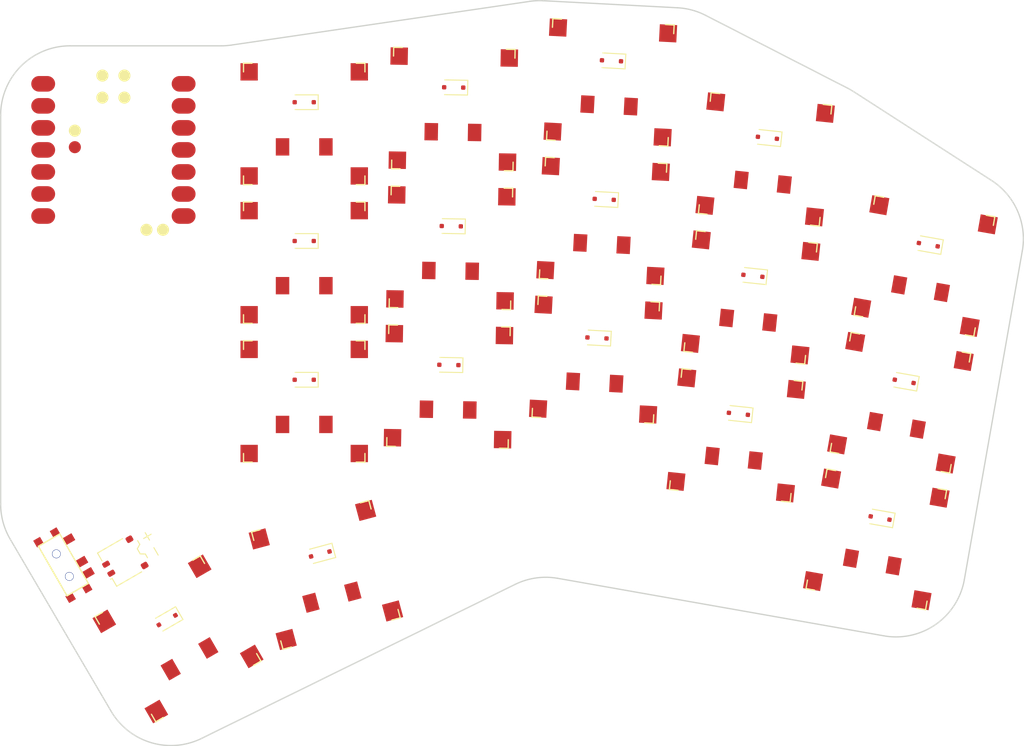
<source format=kicad_pcb>
(kicad_pcb (version 20171130) (host pcbnew 5.1.6)
  (title_block (title "splave-ferris_pg1316s_right") (rev "v1.0.0") (company "Unknown"))
  (layers (0 F.Cu signal) (31 B.Cu signal) (34 B.Paste user) (35 F.Paste user) (36 B.SilkS user) (37 F.SilkS user) (38 B.Mask user) (39 F.Mask user) (44 Edge.Cuts user))
  (net 0 "")
  (net 1 "D3")
  (net 2 "mirror_pinky_bottom")
  (net 3 "mirror_pinky_home")
  (net 4 "mirror_pinky_top")
  (net 5 "D5")
  (net 6 "mirror_ring_bottom")
  (net 7 "mirror_ring_home")
  (net 8 "mirror_ring_top")
  (net 9 "D9")
  (net 10 "mirror_middle_bottom")
  (net 11 "mirror_middle_home")
  (net 12 "mirror_middle_top")
  (net 13 "D2")
  (net 14 "mirror_index_bottom")
  (net 15 "mirror_index_home")
  (net 16 "mirror_index_top")
  (net 17 "D1")
  (net 18 "mirror_inner_bottom")
  (net 19 "mirror_inner_home")
  (net 20 "mirror_inner_top")
  (net 21 "mirror_near_fan")
  (net 22 "mirror_far_fan")
  (net 23 "D4")
  (net 24 "D8")
  (net 25 "D10")
  (net 26 "D0")
  (net 27 "D6")
  (net 28 "D7")
  (net 29 "RAW3V3")
  (net 30 "RAW5V")
  (net 31 "CLK")
  (net 32 "DIO")
  (net 33 "GND")
  (net 34 "RST")
  (net 35 "BAT")
  (net 36 "NFC1")
  (net 37 "NFC2")
  (net 38 "BATCON")
  (net 39 "BAT_P")
  (module PG1316S (layer F.Cu) (at 232.1025691 135.8284886 -10)
    (fp_text reference "S1" hide)
    (fp_text value "" hide)
    (fp_line (start -7 -6) (end -7 -7) (layer F.SilkS) (width 0.15))
    (fp_line (start -7 7) (end -6 7) (layer F.SilkS) (width 0.15))
    (fp_line (start -6 -7) (end -7 -7) (layer F.SilkS) (width 0.15))
    (fp_line (start -7 7) (end -7 6) (layer F.SilkS) (width 0.15))
    (fp_line (start 7 6) (end 7 7) (layer F.SilkS) (width 0.15))
    (fp_line (start 7 -7) (end 6 -7) (layer F.SilkS) (width 0.15))
    (fp_line (start 6 7) (end 7 7) (layer F.SilkS) (width 0.15))
    (fp_line (start 7 -7) (end 7 -6) (layer F.SilkS) (width 0.15))
    (pad "1" smd rect (at -2.5 2.65 -10) (size 1.55 2) (layers "F.Cu" "F.Paste" "F.Mask") (net 2 "mirror_pinky_bottom"))
    (pad "2" smd rect (at 2.5 2.65 -10) (size 1.55 2) (layers "F.Cu" "F.Paste" "F.Mask") (net 1 "D3"))
    (pad "MP" smd rect (at -6.35 -6 -10) (size 2 2) (layers "F.Cu" "F.Paste" "F.Mask"))
    (pad "MP" smd rect (at -6.35 6 -10) (size 2 2) (layers "F.Cu" "F.Paste" "F.Mask"))
    (pad "MP" smd rect (at 6.35 -6 -10) (size 2 2) (layers "F.Cu" "F.Paste" "F.Mask"))
    (pad "MP" smd rect (at 6.35 6 -10) (size 2 2) (layers "F.Cu" "F.Paste" "F.Mask"))
  )
  (module PG1316S (layer F.Cu) (at 234.8809399 120.0715646 -10)
    (fp_text reference "S2" hide)
    (fp_text value "" hide)
    (fp_line (start -7 -6) (end -7 -7) (layer F.SilkS) (width 0.15))
    (fp_line (start -7 7) (end -6 7) (layer F.SilkS) (width 0.15))
    (fp_line (start -6 -7) (end -7 -7) (layer F.SilkS) (width 0.15))
    (fp_line (start -7 7) (end -7 6) (layer F.SilkS) (width 0.15))
    (fp_line (start 7 6) (end 7 7) (layer F.SilkS) (width 0.15))
    (fp_line (start 7 -7) (end 6 -7) (layer F.SilkS) (width 0.15))
    (fp_line (start 6 7) (end 7 7) (layer F.SilkS) (width 0.15))
    (fp_line (start 7 -7) (end 7 -6) (layer F.SilkS) (width 0.15))
    (pad "1" smd rect (at -2.5 2.65 -10) (size 1.55 2) (layers "F.Cu" "F.Paste" "F.Mask") (net 3 "mirror_pinky_home"))
    (pad "2" smd rect (at 2.5 2.65 -10) (size 1.55 2) (layers "F.Cu" "F.Paste" "F.Mask") (net 1 "D3"))
    (pad "MP" smd rect (at -6.35 -6 -10) (size 2 2) (layers "F.Cu" "F.Paste" "F.Mask"))
    (pad "MP" smd rect (at -6.35 6 -10) (size 2 2) (layers "F.Cu" "F.Paste" "F.Mask"))
    (pad "MP" smd rect (at 6.35 -6 -10) (size 2 2) (layers "F.Cu" "F.Paste" "F.Mask"))
    (pad "MP" smd rect (at 6.35 6 -10) (size 2 2) (layers "F.Cu" "F.Paste" "F.Mask"))
  )
  (module PG1316S (layer F.Cu) (at 237.65931080000001 104.3146405 -10)
    (fp_text reference "S3" hide)
    (fp_text value "" hide)
    (fp_line (start -7 -6) (end -7 -7) (layer F.SilkS) (width 0.15))
    (fp_line (start -7 7) (end -6 7) (layer F.SilkS) (width 0.15))
    (fp_line (start -6 -7) (end -7 -7) (layer F.SilkS) (width 0.15))
    (fp_line (start -7 7) (end -7 6) (layer F.SilkS) (width 0.15))
    (fp_line (start 7 6) (end 7 7) (layer F.SilkS) (width 0.15))
    (fp_line (start 7 -7) (end 6 -7) (layer F.SilkS) (width 0.15))
    (fp_line (start 6 7) (end 7 7) (layer F.SilkS) (width 0.15))
    (fp_line (start 7 -7) (end 7 -6) (layer F.SilkS) (width 0.15))
    (pad "1" smd rect (at -2.5 2.65 -10) (size 1.55 2) (layers "F.Cu" "F.Paste" "F.Mask") (net 4 "mirror_pinky_top"))
    (pad "2" smd rect (at 2.5 2.65 -10) (size 1.55 2) (layers "F.Cu" "F.Paste" "F.Mask") (net 1 "D3"))
    (pad "MP" smd rect (at -6.35 -6 -10) (size 2 2) (layers "F.Cu" "F.Paste" "F.Mask"))
    (pad "MP" smd rect (at -6.35 6 -10) (size 2 2) (layers "F.Cu" "F.Paste" "F.Mask"))
    (pad "MP" smd rect (at 6.35 -6 -10) (size 2 2) (layers "F.Cu" "F.Paste" "F.Mask"))
    (pad "MP" smd rect (at 6.35 6 -10) (size 2 2) (layers "F.Cu" "F.Paste" "F.Mask"))
  )
  (module PG1316S (layer F.Cu) (at 215.9388631 123.8395517 -6)
    (fp_text reference "S4" hide)
    (fp_text value "" hide)
    (fp_line (start -7 -6) (end -7 -7) (layer F.SilkS) (width 0.15))
    (fp_line (start -7 7) (end -6 7) (layer F.SilkS) (width 0.15))
    (fp_line (start -6 -7) (end -7 -7) (layer F.SilkS) (width 0.15))
    (fp_line (start -7 7) (end -7 6) (layer F.SilkS) (width 0.15))
    (fp_line (start 7 6) (end 7 7) (layer F.SilkS) (width 0.15))
    (fp_line (start 7 -7) (end 6 -7) (layer F.SilkS) (width 0.15))
    (fp_line (start 6 7) (end 7 7) (layer F.SilkS) (width 0.15))
    (fp_line (start 7 -7) (end 7 -6) (layer F.SilkS) (width 0.15))
    (pad "1" smd rect (at -2.5 2.65 -6) (size 1.55 2) (layers "F.Cu" "F.Paste" "F.Mask") (net 6 "mirror_ring_bottom"))
    (pad "2" smd rect (at 2.5 2.65 -6) (size 1.55 2) (layers "F.Cu" "F.Paste" "F.Mask") (net 5 "D5"))
    (pad "MP" smd rect (at -6.35 -6 -6) (size 2 2) (layers "F.Cu" "F.Paste" "F.Mask"))
    (pad "MP" smd rect (at -6.35 6 -6) (size 2 2) (layers "F.Cu" "F.Paste" "F.Mask"))
    (pad "MP" smd rect (at 6.35 -6 -6) (size 2 2) (layers "F.Cu" "F.Paste" "F.Mask"))
    (pad "MP" smd rect (at 6.35 6 -6) (size 2 2) (layers "F.Cu" "F.Paste" "F.Mask"))
  )
  (module PG1316S (layer F.Cu) (at 217.6113185 107.9272013 -6)
    (fp_text reference "S5" hide)
    (fp_text value "" hide)
    (fp_line (start -7 -6) (end -7 -7) (layer F.SilkS) (width 0.15))
    (fp_line (start -7 7) (end -6 7) (layer F.SilkS) (width 0.15))
    (fp_line (start -6 -7) (end -7 -7) (layer F.SilkS) (width 0.15))
    (fp_line (start -7 7) (end -7 6) (layer F.SilkS) (width 0.15))
    (fp_line (start 7 6) (end 7 7) (layer F.SilkS) (width 0.15))
    (fp_line (start 7 -7) (end 6 -7) (layer F.SilkS) (width 0.15))
    (fp_line (start 6 7) (end 7 7) (layer F.SilkS) (width 0.15))
    (fp_line (start 7 -7) (end 7 -6) (layer F.SilkS) (width 0.15))
    (pad "1" smd rect (at -2.5 2.65 -6) (size 1.55 2) (layers "F.Cu" "F.Paste" "F.Mask") (net 7 "mirror_ring_home"))
    (pad "2" smd rect (at 2.5 2.65 -6) (size 1.55 2) (layers "F.Cu" "F.Paste" "F.Mask") (net 5 "D5"))
    (pad "MP" smd rect (at -6.35 -6 -6) (size 2 2) (layers "F.Cu" "F.Paste" "F.Mask"))
    (pad "MP" smd rect (at -6.35 6 -6) (size 2 2) (layers "F.Cu" "F.Paste" "F.Mask"))
    (pad "MP" smd rect (at 6.35 -6 -6) (size 2 2) (layers "F.Cu" "F.Paste" "F.Mask"))
    (pad "MP" smd rect (at 6.35 6 -6) (size 2 2) (layers "F.Cu" "F.Paste" "F.Mask"))
  )
  (module PG1316S (layer F.Cu) (at 219.2837739 92.014851 -6)
    (fp_text reference "S6" hide)
    (fp_text value "" hide)
    (fp_line (start -7 -6) (end -7 -7) (layer F.SilkS) (width 0.15))
    (fp_line (start -7 7) (end -6 7) (layer F.SilkS) (width 0.15))
    (fp_line (start -6 -7) (end -7 -7) (layer F.SilkS) (width 0.15))
    (fp_line (start -7 7) (end -7 6) (layer F.SilkS) (width 0.15))
    (fp_line (start 7 6) (end 7 7) (layer F.SilkS) (width 0.15))
    (fp_line (start 7 -7) (end 6 -7) (layer F.SilkS) (width 0.15))
    (fp_line (start 6 7) (end 7 7) (layer F.SilkS) (width 0.15))
    (fp_line (start 7 -7) (end 7 -6) (layer F.SilkS) (width 0.15))
    (pad "1" smd rect (at -2.5 2.65 -6) (size 1.55 2) (layers "F.Cu" "F.Paste" "F.Mask") (net 8 "mirror_ring_top"))
    (pad "2" smd rect (at 2.5 2.65 -6) (size 1.55 2) (layers "F.Cu" "F.Paste" "F.Mask") (net 5 "D5"))
    (pad "MP" smd rect (at -6.35 -6 -6) (size 2 2) (layers "F.Cu" "F.Paste" "F.Mask"))
    (pad "MP" smd rect (at -6.35 6 -6) (size 2 2) (layers "F.Cu" "F.Paste" "F.Mask"))
    (pad "MP" smd rect (at 6.35 -6 -6) (size 2 2) (layers "F.Cu" "F.Paste" "F.Mask"))
    (pad "MP" smd rect (at 6.35 6 -6) (size 2 2) (layers "F.Cu" "F.Paste" "F.Mask"))
  )
  (module PG1316S (layer F.Cu) (at 199.7636901 115.1009145 -3)
    (fp_text reference "S7" hide)
    (fp_text value "" hide)
    (fp_line (start -7 -6) (end -7 -7) (layer F.SilkS) (width 0.15))
    (fp_line (start -7 7) (end -6 7) (layer F.SilkS) (width 0.15))
    (fp_line (start -6 -7) (end -7 -7) (layer F.SilkS) (width 0.15))
    (fp_line (start -7 7) (end -7 6) (layer F.SilkS) (width 0.15))
    (fp_line (start 7 6) (end 7 7) (layer F.SilkS) (width 0.15))
    (fp_line (start 7 -7) (end 6 -7) (layer F.SilkS) (width 0.15))
    (fp_line (start 6 7) (end 7 7) (layer F.SilkS) (width 0.15))
    (fp_line (start 7 -7) (end 7 -6) (layer F.SilkS) (width 0.15))
    (pad "1" smd rect (at -2.5 2.65 -3) (size 1.55 2) (layers "F.Cu" "F.Paste" "F.Mask") (net 10 "mirror_middle_bottom"))
    (pad "2" smd rect (at 2.5 2.65 -3) (size 1.55 2) (layers "F.Cu" "F.Paste" "F.Mask") (net 9 "D9"))
    (pad "MP" smd rect (at -6.35 -6 -3) (size 2 2) (layers "F.Cu" "F.Paste" "F.Mask"))
    (pad "MP" smd rect (at -6.35 6 -3) (size 2 2) (layers "F.Cu" "F.Paste" "F.Mask"))
    (pad "MP" smd rect (at 6.35 -6 -3) (size 2 2) (layers "F.Cu" "F.Paste" "F.Mask"))
    (pad "MP" smd rect (at 6.35 6 -3) (size 2 2) (layers "F.Cu" "F.Paste" "F.Mask"))
  )
  (module PG1316S (layer F.Cu) (at 200.6010654 99.122842 -3)
    (fp_text reference "S8" hide)
    (fp_text value "" hide)
    (fp_line (start -7 -6) (end -7 -7) (layer F.SilkS) (width 0.15))
    (fp_line (start -7 7) (end -6 7) (layer F.SilkS) (width 0.15))
    (fp_line (start -6 -7) (end -7 -7) (layer F.SilkS) (width 0.15))
    (fp_line (start -7 7) (end -7 6) (layer F.SilkS) (width 0.15))
    (fp_line (start 7 6) (end 7 7) (layer F.SilkS) (width 0.15))
    (fp_line (start 7 -7) (end 6 -7) (layer F.SilkS) (width 0.15))
    (fp_line (start 6 7) (end 7 7) (layer F.SilkS) (width 0.15))
    (fp_line (start 7 -7) (end 7 -6) (layer F.SilkS) (width 0.15))
    (pad "1" smd rect (at -2.5 2.65 -3) (size 1.55 2) (layers "F.Cu" "F.Paste" "F.Mask") (net 11 "mirror_middle_home"))
    (pad "2" smd rect (at 2.5 2.65 -3) (size 1.55 2) (layers "F.Cu" "F.Paste" "F.Mask") (net 9 "D9"))
    (pad "MP" smd rect (at -6.35 -6 -3) (size 2 2) (layers "F.Cu" "F.Paste" "F.Mask"))
    (pad "MP" smd rect (at -6.35 6 -3) (size 2 2) (layers "F.Cu" "F.Paste" "F.Mask"))
    (pad "MP" smd rect (at 6.35 -6 -3) (size 2 2) (layers "F.Cu" "F.Paste" "F.Mask"))
    (pad "MP" smd rect (at 6.35 6 -3) (size 2 2) (layers "F.Cu" "F.Paste" "F.Mask"))
  )
  (module PG1316S (layer F.Cu) (at 201.4384407 83.1447695 -3)
    (fp_text reference "S9" hide)
    (fp_text value "" hide)
    (fp_line (start -7 -6) (end -7 -7) (layer F.SilkS) (width 0.15))
    (fp_line (start -7 7) (end -6 7) (layer F.SilkS) (width 0.15))
    (fp_line (start -6 -7) (end -7 -7) (layer F.SilkS) (width 0.15))
    (fp_line (start -7 7) (end -7 6) (layer F.SilkS) (width 0.15))
    (fp_line (start 7 6) (end 7 7) (layer F.SilkS) (width 0.15))
    (fp_line (start 7 -7) (end 6 -7) (layer F.SilkS) (width 0.15))
    (fp_line (start 6 7) (end 7 7) (layer F.SilkS) (width 0.15))
    (fp_line (start 7 -7) (end 7 -6) (layer F.SilkS) (width 0.15))
    (pad "1" smd rect (at -2.5 2.65 -3) (size 1.55 2) (layers "F.Cu" "F.Paste" "F.Mask") (net 12 "mirror_middle_top"))
    (pad "2" smd rect (at 2.5 2.65 -3) (size 1.55 2) (layers "F.Cu" "F.Paste" "F.Mask") (net 9 "D9"))
    (pad "MP" smd rect (at -6.35 -6 -3) (size 2 2) (layers "F.Cu" "F.Paste" "F.Mask"))
    (pad "MP" smd rect (at -6.35 6 -3) (size 2 2) (layers "F.Cu" "F.Paste" "F.Mask"))
    (pad "MP" smd rect (at 6.35 -6 -3) (size 2 2) (layers "F.Cu" "F.Paste" "F.Mask"))
    (pad "MP" smd rect (at 6.35 6 -3) (size 2 2) (layers "F.Cu" "F.Paste" "F.Mask"))
  )
  (module PG1316S (layer F.Cu) (at 182.7773702 118.2161886 -1)
    (fp_text reference "S10" hide)
    (fp_text value "" hide)
    (fp_line (start -7 -6) (end -7 -7) (layer F.SilkS) (width 0.15))
    (fp_line (start -7 7) (end -6 7) (layer F.SilkS) (width 0.15))
    (fp_line (start -6 -7) (end -7 -7) (layer F.SilkS) (width 0.15))
    (fp_line (start -7 7) (end -7 6) (layer F.SilkS) (width 0.15))
    (fp_line (start 7 6) (end 7 7) (layer F.SilkS) (width 0.15))
    (fp_line (start 7 -7) (end 6 -7) (layer F.SilkS) (width 0.15))
    (fp_line (start 6 7) (end 7 7) (layer F.SilkS) (width 0.15))
    (fp_line (start 7 -7) (end 7 -6) (layer F.SilkS) (width 0.15))
    (pad "1" smd rect (at -2.5 2.65 -1) (size 1.55 2) (layers "F.Cu" "F.Paste" "F.Mask") (net 14 "mirror_index_bottom"))
    (pad "2" smd rect (at 2.5 2.65 -1) (size 1.55 2) (layers "F.Cu" "F.Paste" "F.Mask") (net 13 "D2"))
    (pad "MP" smd rect (at -6.35 -6 -1) (size 2 2) (layers "F.Cu" "F.Paste" "F.Mask"))
    (pad "MP" smd rect (at -6.35 6 -1) (size 2 2) (layers "F.Cu" "F.Paste" "F.Mask"))
    (pad "MP" smd rect (at 6.35 -6 -1) (size 2 2) (layers "F.Cu" "F.Paste" "F.Mask"))
    (pad "MP" smd rect (at 6.35 6 -1) (size 2 2) (layers "F.Cu" "F.Paste" "F.Mask"))
  )
  (module PG1316S (layer F.Cu) (at 183.0566087 102.2186256 -1)
    (fp_text reference "S11" hide)
    (fp_text value "" hide)
    (fp_line (start -7 -6) (end -7 -7) (layer F.SilkS) (width 0.15))
    (fp_line (start -7 7) (end -6 7) (layer F.SilkS) (width 0.15))
    (fp_line (start -6 -7) (end -7 -7) (layer F.SilkS) (width 0.15))
    (fp_line (start -7 7) (end -7 6) (layer F.SilkS) (width 0.15))
    (fp_line (start 7 6) (end 7 7) (layer F.SilkS) (width 0.15))
    (fp_line (start 7 -7) (end 6 -7) (layer F.SilkS) (width 0.15))
    (fp_line (start 6 7) (end 7 7) (layer F.SilkS) (width 0.15))
    (fp_line (start 7 -7) (end 7 -6) (layer F.SilkS) (width 0.15))
    (pad "1" smd rect (at -2.5 2.65 -1) (size 1.55 2) (layers "F.Cu" "F.Paste" "F.Mask") (net 15 "mirror_index_home"))
    (pad "2" smd rect (at 2.5 2.65 -1) (size 1.55 2) (layers "F.Cu" "F.Paste" "F.Mask") (net 13 "D2"))
    (pad "MP" smd rect (at -6.35 -6 -1) (size 2 2) (layers "F.Cu" "F.Paste" "F.Mask"))
    (pad "MP" smd rect (at -6.35 6 -1) (size 2 2) (layers "F.Cu" "F.Paste" "F.Mask"))
    (pad "MP" smd rect (at 6.35 -6 -1) (size 2 2) (layers "F.Cu" "F.Paste" "F.Mask"))
    (pad "MP" smd rect (at 6.35 6 -1) (size 2 2) (layers "F.Cu" "F.Paste" "F.Mask"))
  )
  (module PG1316S (layer F.Cu) (at 183.3358473 86.2210625 -1)
    (fp_text reference "S12" hide)
    (fp_text value "" hide)
    (fp_line (start -7 -6) (end -7 -7) (layer F.SilkS) (width 0.15))
    (fp_line (start -7 7) (end -6 7) (layer F.SilkS) (width 0.15))
    (fp_line (start -6 -7) (end -7 -7) (layer F.SilkS) (width 0.15))
    (fp_line (start -7 7) (end -7 6) (layer F.SilkS) (width 0.15))
    (fp_line (start 7 6) (end 7 7) (layer F.SilkS) (width 0.15))
    (fp_line (start 7 -7) (end 6 -7) (layer F.SilkS) (width 0.15))
    (fp_line (start 6 7) (end 7 7) (layer F.SilkS) (width 0.15))
    (fp_line (start 7 -7) (end 7 -6) (layer F.SilkS) (width 0.15))
    (pad "1" smd rect (at -2.5 2.65 -1) (size 1.55 2) (layers "F.Cu" "F.Paste" "F.Mask") (net 16 "mirror_index_top"))
    (pad "2" smd rect (at 2.5 2.65 -1) (size 1.55 2) (layers "F.Cu" "F.Paste" "F.Mask") (net 13 "D2"))
    (pad "MP" smd rect (at -6.35 -6 -1) (size 2 2) (layers "F.Cu" "F.Paste" "F.Mask"))
    (pad "MP" smd rect (at -6.35 6 -1) (size 2 2) (layers "F.Cu" "F.Paste" "F.Mask"))
    (pad "MP" smd rect (at 6.35 -6 -1) (size 2 2) (layers "F.Cu" "F.Paste" "F.Mask"))
    (pad "MP" smd rect (at 6.35 6 -1) (size 2 2) (layers "F.Cu" "F.Paste" "F.Mask"))
  )
  (module PG1316S (layer F.Cu) (at 166.1449936 119.9261741 0)
    (fp_text reference "S13" hide)
    (fp_text value "" hide)
    (fp_line (start -7 -6) (end -7 -7) (layer F.SilkS) (width 0.15))
    (fp_line (start -7 7) (end -6 7) (layer F.SilkS) (width 0.15))
    (fp_line (start -6 -7) (end -7 -7) (layer F.SilkS) (width 0.15))
    (fp_line (start -7 7) (end -7 6) (layer F.SilkS) (width 0.15))
    (fp_line (start 7 6) (end 7 7) (layer F.SilkS) (width 0.15))
    (fp_line (start 7 -7) (end 6 -7) (layer F.SilkS) (width 0.15))
    (fp_line (start 6 7) (end 7 7) (layer F.SilkS) (width 0.15))
    (fp_line (start 7 -7) (end 7 -6) (layer F.SilkS) (width 0.15))
    (pad "1" smd rect (at -2.5 2.65 0) (size 1.55 2) (layers "F.Cu" "F.Paste" "F.Mask") (net 18 "mirror_inner_bottom"))
    (pad "2" smd rect (at 2.5 2.65 0) (size 1.55 2) (layers "F.Cu" "F.Paste" "F.Mask") (net 17 "D1"))
    (pad "MP" smd rect (at -6.35 -6 0) (size 2 2) (layers "F.Cu" "F.Paste" "F.Mask"))
    (pad "MP" smd rect (at -6.35 6 0) (size 2 2) (layers "F.Cu" "F.Paste" "F.Mask"))
    (pad "MP" smd rect (at 6.35 -6 0) (size 2 2) (layers "F.Cu" "F.Paste" "F.Mask"))
    (pad "MP" smd rect (at 6.35 6 0) (size 2 2) (layers "F.Cu" "F.Paste" "F.Mask"))
  )
  (module PG1316S (layer F.Cu) (at 166.1449936 103.9261741 0)
    (fp_text reference "S14" hide)
    (fp_text value "" hide)
    (fp_line (start -7 -6) (end -7 -7) (layer F.SilkS) (width 0.15))
    (fp_line (start -7 7) (end -6 7) (layer F.SilkS) (width 0.15))
    (fp_line (start -6 -7) (end -7 -7) (layer F.SilkS) (width 0.15))
    (fp_line (start -7 7) (end -7 6) (layer F.SilkS) (width 0.15))
    (fp_line (start 7 6) (end 7 7) (layer F.SilkS) (width 0.15))
    (fp_line (start 7 -7) (end 6 -7) (layer F.SilkS) (width 0.15))
    (fp_line (start 6 7) (end 7 7) (layer F.SilkS) (width 0.15))
    (fp_line (start 7 -7) (end 7 -6) (layer F.SilkS) (width 0.15))
    (pad "1" smd rect (at -2.5 2.65 0) (size 1.55 2) (layers "F.Cu" "F.Paste" "F.Mask") (net 19 "mirror_inner_home"))
    (pad "2" smd rect (at 2.5 2.65 0) (size 1.55 2) (layers "F.Cu" "F.Paste" "F.Mask") (net 17 "D1"))
    (pad "MP" smd rect (at -6.35 -6 0) (size 2 2) (layers "F.Cu" "F.Paste" "F.Mask"))
    (pad "MP" smd rect (at -6.35 6 0) (size 2 2) (layers "F.Cu" "F.Paste" "F.Mask"))
    (pad "MP" smd rect (at 6.35 -6 0) (size 2 2) (layers "F.Cu" "F.Paste" "F.Mask"))
    (pad "MP" smd rect (at 6.35 6 0) (size 2 2) (layers "F.Cu" "F.Paste" "F.Mask"))
  )
  (module PG1316S (layer F.Cu) (at 166.1449936 87.9261742 0)
    (fp_text reference "S15" hide)
    (fp_text value "" hide)
    (fp_line (start -7 -6) (end -7 -7) (layer F.SilkS) (width 0.15))
    (fp_line (start -7 7) (end -6 7) (layer F.SilkS) (width 0.15))
    (fp_line (start -6 -7) (end -7 -7) (layer F.SilkS) (width 0.15))
    (fp_line (start -7 7) (end -7 6) (layer F.SilkS) (width 0.15))
    (fp_line (start 7 6) (end 7 7) (layer F.SilkS) (width 0.15))
    (fp_line (start 7 -7) (end 6 -7) (layer F.SilkS) (width 0.15))
    (fp_line (start 6 7) (end 7 7) (layer F.SilkS) (width 0.15))
    (fp_line (start 7 -7) (end 7 -6) (layer F.SilkS) (width 0.15))
    (pad "1" smd rect (at -2.5 2.65 0) (size 1.55 2) (layers "F.Cu" "F.Paste" "F.Mask") (net 20 "mirror_inner_top"))
    (pad "2" smd rect (at 2.5 2.65 0) (size 1.55 2) (layers "F.Cu" "F.Paste" "F.Mask") (net 17 "D1"))
    (pad "MP" smd rect (at -6.35 -6 0) (size 2 2) (layers "F.Cu" "F.Paste" "F.Mask"))
    (pad "MP" smd rect (at -6.35 6 0) (size 2 2) (layers "F.Cu" "F.Paste" "F.Mask"))
    (pad "MP" smd rect (at 6.35 -6 0) (size 2 2) (layers "F.Cu" "F.Paste" "F.Mask"))
    (pad "MP" smd rect (at 6.35 6 0) (size 2 2) (layers "F.Cu" "F.Paste" "F.Mask"))
  )
  (module PG1316S (layer F.Cu) (at 168.6449935 139.926174 15)
    (fp_text reference "S16" hide)
    (fp_text value "" hide)
    (fp_line (start -7 -6) (end -7 -7) (layer F.SilkS) (width 0.15))
    (fp_line (start -7 7) (end -6 7) (layer F.SilkS) (width 0.15))
    (fp_line (start -6 -7) (end -7 -7) (layer F.SilkS) (width 0.15))
    (fp_line (start -7 7) (end -7 6) (layer F.SilkS) (width 0.15))
    (fp_line (start 7 6) (end 7 7) (layer F.SilkS) (width 0.15))
    (fp_line (start 7 -7) (end 6 -7) (layer F.SilkS) (width 0.15))
    (fp_line (start 6 7) (end 7 7) (layer F.SilkS) (width 0.15))
    (fp_line (start 7 -7) (end 7 -6) (layer F.SilkS) (width 0.15))
    (pad "1" smd rect (at -2.5 2.65 15) (size 1.55 2) (layers "F.Cu" "F.Paste" "F.Mask") (net 21 "mirror_near_fan"))
    (pad "2" smd rect (at 2.5 2.65 15) (size 1.55 2) (layers "F.Cu" "F.Paste" "F.Mask") (net 13 "D2"))
    (pad "MP" smd rect (at -6.35 -6 15) (size 2 2) (layers "F.Cu" "F.Paste" "F.Mask"))
    (pad "MP" smd rect (at -6.35 6 15) (size 2 2) (layers "F.Cu" "F.Paste" "F.Mask"))
    (pad "MP" smd rect (at 6.35 -6 15) (size 2 2) (layers "F.Cu" "F.Paste" "F.Mask"))
    (pad "MP" smd rect (at 6.35 6 15) (size 2 2) (layers "F.Cu" "F.Paste" "F.Mask"))
  )
  (module PG1316S (layer F.Cu) (at 151.5921041 147.2993295 30)
    (fp_text reference "S17" hide)
    (fp_text value "" hide)
    (fp_line (start -7 -6) (end -7 -7) (layer F.SilkS) (width 0.15))
    (fp_line (start -7 7) (end -6 7) (layer F.SilkS) (width 0.15))
    (fp_line (start -6 -7) (end -7 -7) (layer F.SilkS) (width 0.15))
    (fp_line (start -7 7) (end -7 6) (layer F.SilkS) (width 0.15))
    (fp_line (start 7 6) (end 7 7) (layer F.SilkS) (width 0.15))
    (fp_line (start 7 -7) (end 6 -7) (layer F.SilkS) (width 0.15))
    (fp_line (start 6 7) (end 7 7) (layer F.SilkS) (width 0.15))
    (fp_line (start 7 -7) (end 7 -6) (layer F.SilkS) (width 0.15))
    (pad "1" smd rect (at -2.5 2.65 30) (size 1.55 2) (layers "F.Cu" "F.Paste" "F.Mask") (net 22 "mirror_far_fan"))
    (pad "2" smd rect (at 2.5 2.65 30) (size 1.55 2) (layers "F.Cu" "F.Paste" "F.Mask") (net 17 "D1"))
    (pad "MP" smd rect (at -6.35 -6 30) (size 2 2) (layers "F.Cu" "F.Paste" "F.Mask"))
    (pad "MP" smd rect (at -6.35 6 30) (size 2 2) (layers "F.Cu" "F.Paste" "F.Mask"))
    (pad "MP" smd rect (at 6.35 -6 30) (size 2 2) (layers "F.Cu" "F.Paste" "F.Mask"))
    (pad "MP" smd rect (at 6.35 6 30) (size 2 2) (layers "F.Cu" "F.Paste" "F.Mask"))
  )
  (module diode_smd_sod323f (layer F.Cu) (at 232.53668950000002 133.36646919999998 -190)
    (fp_text reference "D1" hide)
    (fp_text value "" hide)
    (fp_line (start -1.61 -0.85) (end -1.61 0.85) (stroke (width 0.12)) (layer "F.SilkS"))
    (fp_line (start -1.61 -0.85) (end 1.05 -0.85) (stroke (width 0.12)) (layer "F.SilkS"))
    (fp_line (start -1.61 0.85) (end 1.05 0.85) (stroke (width 0.12)) (layer "F.SilkS"))
    (pad "1" smd roundrect (at -1.1 0 -190) (size 0.5 0.5) (layers "F.Cu" "F.Mask" "F.Paste") (net 23 "D4"))
    (pad "2" smd roundrect (at 1.1 0 -190) (size 0.5 0.5) (layers "F.Cu" "F.Mask" "F.Paste") (net 2 "mirror_pinky_bottom"))
  )
  (module diode_smd_sod323f (layer F.Cu) (at 235.3150603 117.6095452 -190)
    (fp_text reference "D2" hide)
    (fp_text value "" hide)
    (fp_line (start -1.61 -0.85) (end -1.61 0.85) (stroke (width 0.12)) (layer "F.SilkS"))
    (fp_line (start -1.61 -0.85) (end 1.05 -0.85) (stroke (width 0.12)) (layer "F.SilkS"))
    (fp_line (start -1.61 0.85) (end 1.05 0.85) (stroke (width 0.12)) (layer "F.SilkS"))
    (pad "1" smd roundrect (at -1.1 0 -190) (size 0.5 0.5) (layers "F.Cu" "F.Mask" "F.Paste") (net 24 "D8"))
    (pad "2" smd roundrect (at 1.1 0 -190) (size 0.5 0.5) (layers "F.Cu" "F.Mask" "F.Paste") (net 3 "mirror_pinky_home"))
  )
  (module diode_smd_sod323f (layer F.Cu) (at 238.09343120000003 101.8526211 -190)
    (fp_text reference "D3" hide)
    (fp_text value "" hide)
    (fp_line (start -1.61 -0.85) (end -1.61 0.85) (stroke (width 0.12)) (layer "F.SilkS"))
    (fp_line (start -1.61 -0.85) (end 1.05 -0.85) (stroke (width 0.12)) (layer "F.SilkS"))
    (fp_line (start -1.61 0.85) (end 1.05 0.85) (stroke (width 0.12)) (layer "F.SilkS"))
    (pad "1" smd roundrect (at -1.1 0 -190) (size 0.5 0.5) (layers "F.Cu" "F.Mask" "F.Paste") (net 25 "D10"))
    (pad "2" smd roundrect (at 1.1 0 -190) (size 0.5 0.5) (layers "F.Cu" "F.Mask" "F.Paste") (net 4 "mirror_pinky_top"))
  )
  (module diode_smd_sod323f (layer F.Cu) (at 216.2001843 121.353247 -186)
    (fp_text reference "D4" hide)
    (fp_text value "" hide)
    (fp_line (start -1.61 -0.85) (end -1.61 0.85) (stroke (width 0.12)) (layer "F.SilkS"))
    (fp_line (start -1.61 -0.85) (end 1.05 -0.85) (stroke (width 0.12)) (layer "F.SilkS"))
    (fp_line (start -1.61 0.85) (end 1.05 0.85) (stroke (width 0.12)) (layer "F.SilkS"))
    (pad "1" smd roundrect (at -1.1 0 -186) (size 0.5 0.5) (layers "F.Cu" "F.Mask" "F.Paste") (net 23 "D4"))
    (pad "2" smd roundrect (at 1.1 0 -186) (size 0.5 0.5) (layers "F.Cu" "F.Mask" "F.Paste") (net 6 "mirror_ring_bottom"))
  )
  (module diode_smd_sod323f (layer F.Cu) (at 217.8726397 105.44089659999999 -186)
    (fp_text reference "D5" hide)
    (fp_text value "" hide)
    (fp_line (start -1.61 -0.85) (end -1.61 0.85) (stroke (width 0.12)) (layer "F.SilkS"))
    (fp_line (start -1.61 -0.85) (end 1.05 -0.85) (stroke (width 0.12)) (layer "F.SilkS"))
    (fp_line (start -1.61 0.85) (end 1.05 0.85) (stroke (width 0.12)) (layer "F.SilkS"))
    (pad "1" smd roundrect (at -1.1 0 -186) (size 0.5 0.5) (layers "F.Cu" "F.Mask" "F.Paste") (net 24 "D8"))
    (pad "2" smd roundrect (at 1.1 0 -186) (size 0.5 0.5) (layers "F.Cu" "F.Mask" "F.Paste") (net 7 "mirror_ring_home"))
  )
  (module diode_smd_sod323f (layer F.Cu) (at 219.5450951 89.52854629999999 -186)
    (fp_text reference "D6" hide)
    (fp_text value "" hide)
    (fp_line (start -1.61 -0.85) (end -1.61 0.85) (stroke (width 0.12)) (layer "F.SilkS"))
    (fp_line (start -1.61 -0.85) (end 1.05 -0.85) (stroke (width 0.12)) (layer "F.SilkS"))
    (fp_line (start -1.61 0.85) (end 1.05 0.85) (stroke (width 0.12)) (layer "F.SilkS"))
    (pad "1" smd roundrect (at -1.1 0 -186) (size 0.5 0.5) (layers "F.Cu" "F.Mask" "F.Paste") (net 25 "D10"))
    (pad "2" smd roundrect (at 1.1 0 -186) (size 0.5 0.5) (layers "F.Cu" "F.Mask" "F.Paste") (net 8 "mirror_ring_top"))
  )
  (module diode_smd_sod323f (layer F.Cu) (at 199.89453 112.6043407 -183)
    (fp_text reference "D7" hide)
    (fp_text value "" hide)
    (fp_line (start -1.61 -0.85) (end -1.61 0.85) (stroke (width 0.12)) (layer "F.SilkS"))
    (fp_line (start -1.61 -0.85) (end 1.05 -0.85) (stroke (width 0.12)) (layer "F.SilkS"))
    (fp_line (start -1.61 0.85) (end 1.05 0.85) (stroke (width 0.12)) (layer "F.SilkS"))
    (pad "1" smd roundrect (at -1.1 0 -183) (size 0.5 0.5) (layers "F.Cu" "F.Mask" "F.Paste") (net 23 "D4"))
    (pad "2" smd roundrect (at 1.1 0 -183) (size 0.5 0.5) (layers "F.Cu" "F.Mask" "F.Paste") (net 10 "mirror_middle_bottom"))
  )
  (module diode_smd_sod323f (layer F.Cu) (at 200.73190530000002 96.6262682 -183)
    (fp_text reference "D8" hide)
    (fp_text value "" hide)
    (fp_line (start -1.61 -0.85) (end -1.61 0.85) (stroke (width 0.12)) (layer "F.SilkS"))
    (fp_line (start -1.61 -0.85) (end 1.05 -0.85) (stroke (width 0.12)) (layer "F.SilkS"))
    (fp_line (start -1.61 0.85) (end 1.05 0.85) (stroke (width 0.12)) (layer "F.SilkS"))
    (pad "1" smd roundrect (at -1.1 0 -183) (size 0.5 0.5) (layers "F.Cu" "F.Mask" "F.Paste") (net 24 "D8"))
    (pad "2" smd roundrect (at 1.1 0 -183) (size 0.5 0.5) (layers "F.Cu" "F.Mask" "F.Paste") (net 11 "mirror_middle_home"))
  )
  (module diode_smd_sod323f (layer F.Cu) (at 201.5692806 80.6481957 -183)
    (fp_text reference "D9" hide)
    (fp_text value "" hide)
    (fp_line (start -1.61 -0.85) (end -1.61 0.85) (stroke (width 0.12)) (layer "F.SilkS"))
    (fp_line (start -1.61 -0.85) (end 1.05 -0.85) (stroke (width 0.12)) (layer "F.SilkS"))
    (fp_line (start -1.61 0.85) (end 1.05 0.85) (stroke (width 0.12)) (layer "F.SilkS"))
    (pad "1" smd roundrect (at -1.1 0 -183) (size 0.5 0.5) (layers "F.Cu" "F.Mask" "F.Paste") (net 25 "D10"))
    (pad "2" smd roundrect (at 1.1 0 -183) (size 0.5 0.5) (layers "F.Cu" "F.Mask" "F.Paste") (net 12 "mirror_middle_top"))
  )
  (module diode_smd_sod323f (layer F.Cu) (at 182.8210012 115.7165694 -181)
    (fp_text reference "D10" hide)
    (fp_text value "" hide)
    (fp_line (start -1.61 -0.85) (end -1.61 0.85) (stroke (width 0.12)) (layer "F.SilkS"))
    (fp_line (start -1.61 -0.85) (end 1.05 -0.85) (stroke (width 0.12)) (layer "F.SilkS"))
    (fp_line (start -1.61 0.85) (end 1.05 0.85) (stroke (width 0.12)) (layer "F.SilkS"))
    (pad "1" smd roundrect (at -1.1 0 -181) (size 0.5 0.5) (layers "F.Cu" "F.Mask" "F.Paste") (net 23 "D4"))
    (pad "2" smd roundrect (at 1.1 0 -181) (size 0.5 0.5) (layers "F.Cu" "F.Mask" "F.Paste") (net 14 "mirror_index_bottom"))
  )
  (module diode_smd_sod323f (layer F.Cu) (at 183.1002397 99.7190064 -181)
    (fp_text reference "D11" hide)
    (fp_text value "" hide)
    (fp_line (start -1.61 -0.85) (end -1.61 0.85) (stroke (width 0.12)) (layer "F.SilkS"))
    (fp_line (start -1.61 -0.85) (end 1.05 -0.85) (stroke (width 0.12)) (layer "F.SilkS"))
    (fp_line (start -1.61 0.85) (end 1.05 0.85) (stroke (width 0.12)) (layer "F.SilkS"))
    (pad "1" smd roundrect (at -1.1 0 -181) (size 0.5 0.5) (layers "F.Cu" "F.Mask" "F.Paste") (net 24 "D8"))
    (pad "2" smd roundrect (at 1.1 0 -181) (size 0.5 0.5) (layers "F.Cu" "F.Mask" "F.Paste") (net 15 "mirror_index_home"))
  )
  (module diode_smd_sod323f (layer F.Cu) (at 183.37947830000002 83.7214433 -181)
    (fp_text reference "D12" hide)
    (fp_text value "" hide)
    (fp_line (start -1.61 -0.85) (end -1.61 0.85) (stroke (width 0.12)) (layer "F.SilkS"))
    (fp_line (start -1.61 -0.85) (end 1.05 -0.85) (stroke (width 0.12)) (layer "F.SilkS"))
    (fp_line (start -1.61 0.85) (end 1.05 0.85) (stroke (width 0.12)) (layer "F.SilkS"))
    (pad "1" smd roundrect (at -1.1 0 -181) (size 0.5 0.5) (layers "F.Cu" "F.Mask" "F.Paste") (net 25 "D10"))
    (pad "2" smd roundrect (at 1.1 0 -181) (size 0.5 0.5) (layers "F.Cu" "F.Mask" "F.Paste") (net 16 "mirror_index_top"))
  )
  (module diode_smd_sod323f (layer F.Cu) (at 166.1449936 117.4261741 -180)
    (fp_text reference "D13" hide)
    (fp_text value "" hide)
    (fp_line (start -1.61 -0.85) (end -1.61 0.85) (stroke (width 0.12)) (layer "F.SilkS"))
    (fp_line (start -1.61 -0.85) (end 1.05 -0.85) (stroke (width 0.12)) (layer "F.SilkS"))
    (fp_line (start -1.61 0.85) (end 1.05 0.85) (stroke (width 0.12)) (layer "F.SilkS"))
    (pad "1" smd roundrect (at -1.1 0 -180) (size 0.5 0.5) (layers "F.Cu" "F.Mask" "F.Paste") (net 23 "D4"))
    (pad "2" smd roundrect (at 1.1 0 -180) (size 0.5 0.5) (layers "F.Cu" "F.Mask" "F.Paste") (net 18 "mirror_inner_bottom"))
  )
  (module diode_smd_sod323f (layer F.Cu) (at 166.1449936 101.4261741 -180)
    (fp_text reference "D14" hide)
    (fp_text value "" hide)
    (fp_line (start -1.61 -0.85) (end -1.61 0.85) (stroke (width 0.12)) (layer "F.SilkS"))
    (fp_line (start -1.61 -0.85) (end 1.05 -0.85) (stroke (width 0.12)) (layer "F.SilkS"))
    (fp_line (start -1.61 0.85) (end 1.05 0.85) (stroke (width 0.12)) (layer "F.SilkS"))
    (pad "1" smd roundrect (at -1.1 0 -180) (size 0.5 0.5) (layers "F.Cu" "F.Mask" "F.Paste") (net 24 "D8"))
    (pad "2" smd roundrect (at 1.1 0 -180) (size 0.5 0.5) (layers "F.Cu" "F.Mask" "F.Paste") (net 19 "mirror_inner_home"))
  )
  (module diode_smd_sod323f (layer F.Cu) (at 166.1449936 85.4261742 -180)
    (fp_text reference "D15" hide)
    (fp_text value "" hide)
    (fp_line (start -1.61 -0.85) (end -1.61 0.85) (stroke (width 0.12)) (layer "F.SilkS"))
    (fp_line (start -1.61 -0.85) (end 1.05 -0.85) (stroke (width 0.12)) (layer "F.SilkS"))
    (fp_line (start -1.61 0.85) (end 1.05 0.85) (stroke (width 0.12)) (layer "F.SilkS"))
    (pad "1" smd roundrect (at -1.1 0 -180) (size 0.5 0.5) (layers "F.Cu" "F.Mask" "F.Paste") (net 25 "D10"))
    (pad "2" smd roundrect (at 1.1 0 -180) (size 0.5 0.5) (layers "F.Cu" "F.Mask" "F.Paste") (net 20 "mirror_inner_top"))
  )
  (module diode_smd_sod323f (layer F.Cu) (at 167.9979459 137.5113594 -165)
    (fp_text reference "D16" hide)
    (fp_text value "" hide)
    (fp_line (start -1.61 -0.85) (end -1.61 0.85) (stroke (width 0.12)) (layer "F.SilkS"))
    (fp_line (start -1.61 -0.85) (end 1.05 -0.85) (stroke (width 0.12)) (layer "F.SilkS"))
    (fp_line (start -1.61 0.85) (end 1.05 0.85) (stroke (width 0.12)) (layer "F.SilkS"))
    (pad "1" smd roundrect (at -1.1 0 -165) (size 0.5 0.5) (layers "F.Cu" "F.Mask" "F.Paste") (net 26 "D0"))
    (pad "2" smd roundrect (at 1.1 0 -165) (size 0.5 0.5) (layers "F.Cu" "F.Mask" "F.Paste") (net 21 "mirror_near_fan"))
  )
  (module diode_smd_sod323f (layer F.Cu) (at 150.3421041 145.134266 -150)
    (fp_text reference "D17" hide)
    (fp_text value "" hide)
    (fp_line (start -1.61 -0.85) (end -1.61 0.85) (stroke (width 0.12)) (layer "F.SilkS"))
    (fp_line (start -1.61 -0.85) (end 1.05 -0.85) (stroke (width 0.12)) (layer "F.SilkS"))
    (fp_line (start -1.61 0.85) (end 1.05 0.85) (stroke (width 0.12)) (layer "F.SilkS"))
    (pad "1" smd roundrect (at -1.1 0 -150) (size 0.5 0.5) (layers "F.Cu" "F.Mask" "F.Paste") (net 26 "D0"))
    (pad "2" smd roundrect (at 1.1 0 -150) (size 0.5 0.5) (layers "F.Cu" "F.Mask" "F.Paste") (net 22 "mirror_far_fan"))
  )
  (footprint "xiao_smd" (layer "F.Cu") (at 144.1449936 90.9261742 0)
    (property "Reference" "MCU1" hide)
    (pad "1" smd oval (at -7.62 -7.62 180) (size 2.75 1.8) (drill (offset 0.475 0)) (layers "F.Cu" "F.Paste" "F.Mask") (net 26 "D0"))
    (pad "2" smd oval (at -7.62 -5.08 180) (size 2.75 1.8) (drill (offset 0.475 0)) (layers "F.Cu" "F.Paste" "F.Mask") (net 17 "D1"))
    (pad "3" smd oval (at -7.62 -2.54 180) (size 2.75 1.8) (drill (offset 0.475 0)) (layers "F.Cu" "F.Paste" "F.Mask") (net 13 "D2"))
    (pad "4" smd oval (at -7.62 0 180) (size 2.75 1.8) (drill (offset 0.475 0)) (layers "F.Cu" "F.Paste" "F.Mask") (net 1 "D3"))
    (pad "5" smd oval (at -7.62 2.54 180) (size 2.75 1.8) (drill (offset 0.475 0)) (layers "F.Cu" "F.Paste" "F.Mask") (net 23 "D4"))
    (pad "6" smd oval (at -7.62 5.08 180) (size 2.75 1.8) (drill (offset 0.475 0)) (layers "F.Cu" "F.Paste" "F.Mask") (net 5 "D5"))
    (pad "7" smd oval (at -7.62 7.62 180) (size 2.75 1.8) (drill (offset 0.475 0)) (layers "F.Cu" "F.Paste" "F.Mask") (net 27 "D6"))
    (pad "8" smd oval (at 7.62 7.62 0) (size 2.75 1.8) (drill (offset 0.475 0)) (layers "F.Cu" "F.Paste" "F.Mask") (net 28 "D7"))
    (pad "9" smd oval (at 7.62 5.08 0) (size 2.75 1.8) (drill (offset 0.475 0)) (layers "F.Cu" "F.Paste" "F.Mask") (net 24 "D8"))
    (pad "10" smd oval (at 7.62 2.54 0) (size 2.75 1.8) (drill (offset 0.475 0)) (layers "F.Cu" "F.Paste" "F.Mask") (net 9 "D9"))
    (pad "11" smd oval (at 7.62 0 0) (size 2.75 1.8) (drill (offset 0.475 0)) (layers "F.Cu" "F.Paste" "F.Mask") (net 25 "D10"))
    (pad "12" smd oval (at 7.62 -2.54 0) (size 2.75 1.8) (drill (offset 0.475 0)) (layers "F.Cu" "F.Paste" "F.Mask") (net 29 "RAW3V3"))
    (pad "13" smd oval (at 7.62 -5.08 0) (size 2.75 1.8) (drill (offset 0.475 0)) (layers "F.Cu" "F.Paste" "F.Mask") (net 33 "GND"))
    (pad "14" smd oval (at 7.62 -7.62 0) (size 2.75 1.8) (drill (offset 0.475 0)) (layers "F.Cu" "F.Paste" "F.Mask") (net 30 "RAW5V"))
    (pad "15" smd circle (at -1.27 -8.572 90) (size 1.397 1.397) (drill 1.016) (layers "F.SilkS") (net 31 "CLK"))
    (pad "16" smd circle (at 1.27 -8.572 90) (size 1.397 1.397) (drill 1.016) (layers "F.SilkS") (net 32 "DIO"))
    (pad "17" smd circle (at -1.27 -6.032 90) (size 1.397 1.397) (drill 1.016) (layers "F.SilkS") (net 34 "RST"))
    (pad "18" smd circle (at 1.27 -6.032 90) (size 1.397 1.397) (drill 1.016) (layers "F.SilkS") (net 33 "GND"))
    (pad "19" smd circle (at -4.445 -0.317 180) (size 1.397 1.397) (drill 1.016) (layers "F.Cu" "F.Paste" "F.Mask") (net 35 "BAT"))
    (pad "20" smd circle (at -4.445 -2.222 180) (size 1.397 1.397) (drill 1.016) (layers "F.SilkS") (net 33 "GND"))
    (pad "21" smd circle (at 3.81 9.208 180) (size 1.397 1.397) (drill 1.016) (layers "F.SilkS") (net 36 "NFC1"))
    (pad "22" smd circle (at 5.715 9.208 180) (size 1.397 1.397) (drill 1.016) (layers "F.SilkS") (net 37 "NFC2"))
  )
  (module E73:SPDT_C128955 (layer F.Cu) (at 138.31341989999999 138.7999738 120)
    (fp_text reference "T1" hide)
    (fp_text value "" hide)
    (fp_line (start 1.95 -1.35) (end -1.95 -1.35) (layer F.SilkS) (width 0.15))
    (fp_line (start 0 -1.35) (end -3.3 -1.35) (layer F.SilkS) (width 0.15))
    (fp_line (start -3.3 -1.35) (end -3.3 1.5) (layer F.SilkS) (width 0.15))
    (fp_line (start -3.3 1.5) (end 3.3 1.5) (layer F.SilkS) (width 0.15))
    (fp_line (start 3.3 1.5) (end 3.3 -1.35) (layer F.SilkS) (width 0.15))
    (fp_line (start 0 -1.35) (end 3.3 -1.35) (layer F.SilkS) (width 0.15))
    (pad "" np_thru_hole circle (at 1.5 0) (size 1 1) (drill 0.9) (layers *.Cu *.Mask))
    (pad "" np_thru_hole circle (at -1.5 0) (size 1 1) (drill 0.9) (layers *.Cu *.Mask))
    (pad 1 smd rect (at 2.25 2.075 120) (size 0.9 1.25) (layers F.Cu F.Paste F.Mask) (net 35 "BAT"))
    (pad 2 smd rect (at -0.75 2.075 120) (size 0.9 1.25) (layers F.Cu F.Paste F.Mask) (net 38 "BATCON"))
    (pad 3 smd rect (at -2.25 2.075 120) (size 0.9 1.25) (layers F.Cu F.Paste F.Mask))
    (pad "" smd rect (at 3.7 -1.1 120) (size 0.9 0.9) (layers F.Cu F.Paste F.Mask))
    (pad "" smd rect (at 3.7 1.1 120) (size 0.9 0.9) (layers F.Cu F.Paste F.Mask))
    (pad "" smd rect (at -3.7 1.1 120) (size 0.9 0.9) (layers F.Cu F.Paste F.Mask))
    (pad "" smd rect (at -3.7 -1.1 120) (size 0.9 0.9) (layers F.Cu F.Paste F.Mask))
  )
  (footprint "ceoloide:battery_connector_molex_pico_ezmate_1x02" (layer "F.Cu") (at 145.2260787 138.2730501 120)
    (property "Reference" "CONN1" hide)
    (pad "" smd roundrect (at 1.75 1.9 120) (size 0.7 0.8) (layers "F.Cu" "F.Paste" "F.Mask"))
    (pad "" smd roundrect (at -1.75 1.9 120) (size 0.7 0.8) (layers "F.Cu" "F.Paste" "F.Mask"))
    (pad "2" smd roundrect (at 0.6 -1.875 120) (size 0.6 0.85) (layers "F.Cu" "F.Paste" "F.Mask") (net 39 "BAT_P"))
    (pad "1" smd roundrect (at -0.6 -1.875 120) (size 0.6 0.85) (layers "F.Cu" "F.Paste" "F.Mask") (net 33 "GND"))
    (fp_line (start 0.5 3.85) (end 1.5 3.85) (layer "F.SilkS") (stroke (width 0.12)))
    (fp_line (start 1 4.35) (end 1 3.35) (layer "F.SilkS") (stroke (width 0.12)))
    (fp_line (start -0.5 3.85) (end -1.5 3.85) (layer "F.SilkS") (stroke (width 0.12)))
    (fp_line (start 0.64 2.63) (end 1.14 2.63) (layer "F.SilkS") (stroke (width 0.12)))
    (fp_line (start 0.34 2.13) (end 0.64 2.63) (layer "F.SilkS") (stroke (width 0.12)))
    (fp_line (start -0.34 2.13) (end 0.34 2.13) (layer "F.SilkS") (stroke (width 0.12)))
    (fp_line (start -0.64 2.63) (end -0.34 2.13) (layer "F.SilkS") (stroke (width 0.12)))
    (fp_line (start -1.16 -2.09) (end -1.16 -2.3) (layer "F.SilkS") (stroke (width 0.12)))
    (fp_line (start -2.21 -2.09) (end -1.16 -2.09) (layer "F.SilkS") (stroke (width 0.12)))
    (fp_line (start -2.21 1.24) (end -2.21 -2.09) (layer "F.SilkS") (stroke (width 0.12)))
    (fp_line (start -1.14 2.63) (end -0.64 2.63) (layer "F.SilkS") (stroke (width 0.12)))
    (fp_line (start 2.21 -2.09) (end 1.16 -2.09) (layer "F.SilkS") (stroke (width 0.12)))
    (fp_line (start 2.21 1.24) (end 2.21 -2.09) (layer "F.SilkS") (stroke (width 0.12)))
  )
  (gr_line (start 132.24407867972985 135.80037392197283) (end 143.88019391852632 155.64270051817027) (angle 90) (layer Edge.Cuts) (width 0.15))
  (gr_line (start 154.3083513380775 158.77623288431914) (end 190.46020714760473 141.01735595596205) (angle 90) (layer Edge.Cuts) (width 0.15))
  (gr_line (start 195.376635172451 140.31932298020973) (end 232.98463039204395 146.9506272576255) (angle 90) (layer Edge.Cuts) (width 0.15))
  (gr_line (start 242.2522778954687 140.46135080533145) (end 248.93484504519813 102.56262913762635) (angle 90) (layer Edge.Cuts) (width 0.15))
  (gr_line (start 245.3883668590029 94.44782713551247) (end 229.50578568647563 84.21782357297643) (angle 90) (layer Edge.Cuts) (width 0.15))
  (gr_line (start 228.8253833313053 83.82543796824667) (end 212.42037665346106 75.40956270230981) (angle 90) (layer Edge.Cuts) (width 0.15))
  (gr_line (start 209.18748323155086 74.53852850531565) (end 193.71446835581997 73.72762216636164) (angle 90) (layer Edge.Cuts) (width 0.15))
  (gr_line (start 192.13641959265408 73.80111159568976) (end 157.721598495035 78.84172104894446) (angle 90) (layer Edge.Cuts) (width 0.15))
  (gr_line (start 156.56223774645275 78.9261742) (end 139.1449936 78.9261742) (angle 90) (layer Edge.Cuts) (width 0.15))
  (gr_line (start 131.1449936 86.9261742) (end 131.1449936 131.75347728601457) (angle 90) (layer Edge.Cuts) (width 0.15))
  (gr_arc (start 150.78110883879646 151.595803882212) (end 143.88019383879646 155.642700582212) (angle -85.77306174898823) (layer Edge.Cuts) (width 0.15))
  (gr_arc (start 193.98744964688578 148.19778495806924) (end 195.37663514688577 140.31932295806922) (angle -36.16165862873487) (layer Edge.Cuts) (width 0.15))
  (gr_arc (start 234.3738159176092 139.07216527976604) (end 232.9846304176092 146.95062727976605) (angle -89.99999999999875) (layer Edge.Cuts) (width 0.15))
  (gr_arc (start 241.05638306733863 101.17344361206119) (end 248.93484506733864 102.56262911206119) (angle -67.21433019791917) (layer Edge.Cuts) (width 0.15))
  (gr_arc (start 225.17380189481142 90.94344004952508) (end 229.5057856948114 84.21782364952509) (angle -5.627551507845752) (layer Edge.Cuts) (width 0.15))
  (gr_arc (start 208.76879521696722 82.52756478358823) (end 212.42037661696722 75.40956278358823) (angle -24.158116479014218) (layer Edge.Cuts) (width 0.15))
  (gr_arc (start 193.29578034123634 81.71665844463422) (end 193.71446834123634 73.72762214463422) (angle -11.332654669551772) (layer Edge.Cuts) (width 0.15))
  (gr_arc (start 156.56223774645275 70.9261742) (end 156.56223774645275 78.9261742) (angle -8.332652061676981) (layer Edge.Cuts) (width 0.15))
  (gr_arc (start 139.1449936 86.9261742) (end 139.1449936 78.9261742) (angle -90) (layer Edge.Cuts) (width 0.15))
  (gr_arc (start 139.1449936 131.75347728601457) (end 131.1449936 131.75347728601457) (angle -30.38859608709228) (layer Edge.Cuts) (width 0.15))
)
</source>
